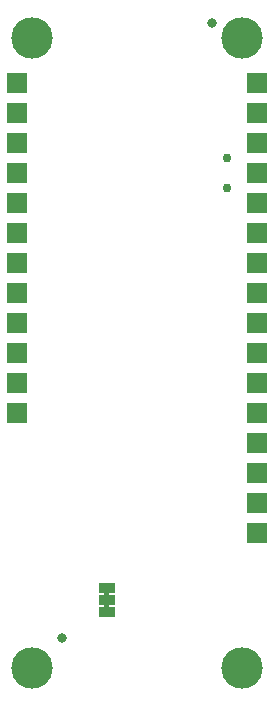
<source format=gbs>
G75*
%MOIN*%
%OFA0B0*%
%FSLAX25Y25*%
%IPPOS*%
%LPD*%
%AMOC8*
5,1,8,0,0,1.08239X$1,22.5*
%
%ADD10C,0.03300*%
%ADD11R,0.06800X0.06800*%
%ADD12C,0.03000*%
%ADD13R,0.05800X0.03300*%
%ADD14C,0.00500*%
%ADD15C,0.13800*%
D10*
X0170833Y0100000D03*
X0220833Y0305000D03*
D11*
X0235833Y0285000D03*
X0235833Y0275000D03*
X0235833Y0265000D03*
X0235833Y0255000D03*
X0235833Y0245000D03*
X0235833Y0235000D03*
X0235833Y0225000D03*
X0235833Y0215000D03*
X0235833Y0205000D03*
X0235833Y0195000D03*
X0235833Y0185000D03*
X0235833Y0175000D03*
X0235833Y0165000D03*
X0235833Y0155000D03*
X0235833Y0145000D03*
X0235833Y0135000D03*
X0155833Y0175000D03*
X0155833Y0185000D03*
X0155833Y0195000D03*
X0155833Y0205000D03*
X0155833Y0215000D03*
X0155833Y0225000D03*
X0155833Y0235000D03*
X0155833Y0245000D03*
X0155833Y0255000D03*
X0155833Y0265000D03*
X0155833Y0275000D03*
X0155833Y0285000D03*
D12*
X0225833Y0260000D03*
X0225833Y0250000D03*
D13*
X0185833Y0116500D03*
X0185833Y0112500D03*
X0185833Y0108500D03*
D14*
X0185333Y0109750D02*
X0186333Y0109750D01*
X0186333Y0115250D01*
X0185333Y0115250D01*
X0185333Y0109750D01*
X0185333Y0109911D02*
X0186333Y0109911D01*
X0186333Y0110409D02*
X0185333Y0110409D01*
X0185333Y0110908D02*
X0186333Y0110908D01*
X0186333Y0111406D02*
X0185333Y0111406D01*
X0185333Y0111905D02*
X0186333Y0111905D01*
X0186333Y0112403D02*
X0185333Y0112403D01*
X0185333Y0112902D02*
X0186333Y0112902D01*
X0186333Y0113400D02*
X0185333Y0113400D01*
X0185333Y0113899D02*
X0186333Y0113899D01*
X0186333Y0114397D02*
X0185333Y0114397D01*
X0185333Y0114896D02*
X0186333Y0114896D01*
D15*
X0160833Y0090000D03*
X0230833Y0090000D03*
X0230833Y0300000D03*
X0160833Y0300000D03*
M02*

</source>
